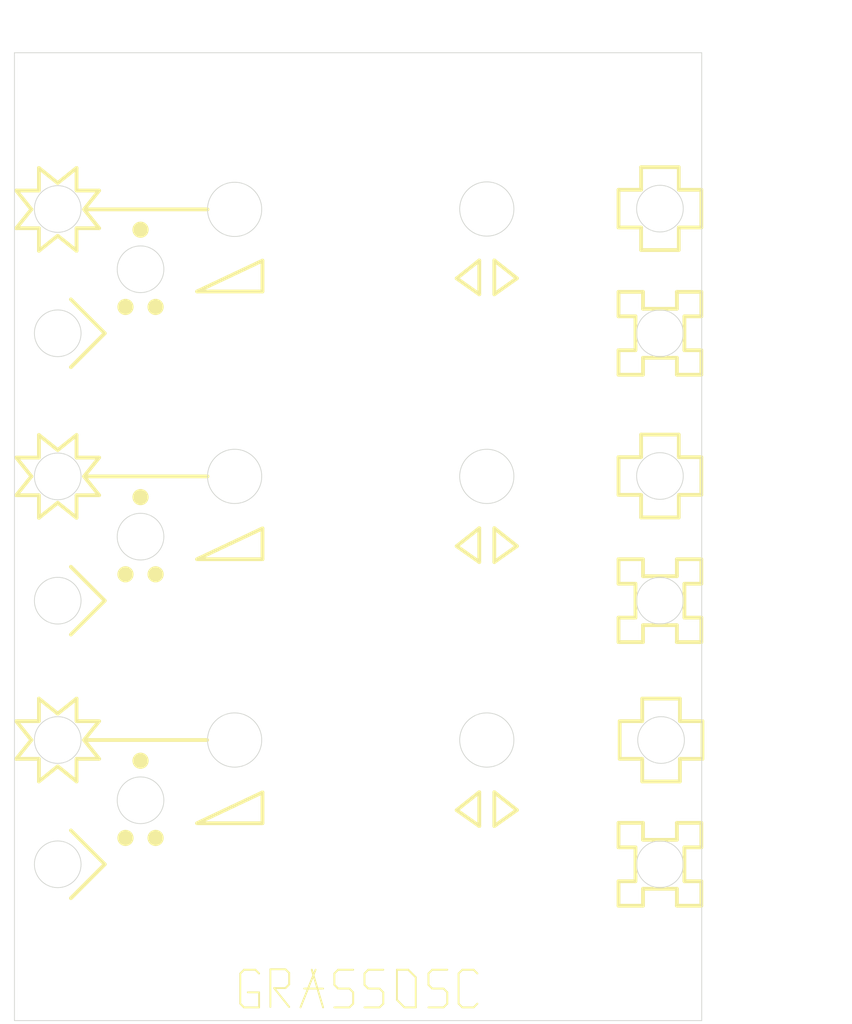
<source format=kicad_pcb>
(kicad_pcb (version 20211014) (generator pcbnew)
  (layers (0 "F.Cu" signal) (31 "B.Cu" signal) (34 "B.Paste" user) (35 "F.Paste" user) (36 "B.SilkS" user "B.Silkscreen") (37 "F.SilkS" user "F.Silkscreen") (38 "B.Mask" user) (39 "F.Mask" user) (44 "Edge.Cuts" user))
  (net 0 "")
  (footprint "diy-nabra:Switchdots" (layer "F.Cu") (at 16.75 99)
    (fp_text reference "REF**" hide)
    (fp_text value "Switchdots" hide)
    (fp_circle (center 2 5.25) (end 3 5.25) (layer "F.SilkS") (width 0.15) (fill solid))
    (fp_circle (center 0 -5) (end 1 -5) (layer "F.SilkS") (width 0.15) (fill solid))
    (fp_circle (center -2 5.25) (end -1 5.25) (layer "F.SilkS") (width 0.15) (fill solid))
  )
  (footprint "diy-nabra:A" (layer "F.Cu") (at 38 126.75)
    (fp_text reference "REF**" hide)
    (fp_text value "A" hide)
    (fp_line (start 0.5 -2.5) (end 3 -2.5) (layer "F.SilkS") (width 0.25))
    (fp_line (start 1.5 -5) (end 3 0) (layer "F.SilkS") (width 0.25))
    (fp_line (start 0 0) (end 2 -5) (layer "F.SilkS") (width 0.25))
  )
  (footprint "diy-nabra:Vol" (layer "F.Cu") (at 29.25 65.5)
    (fp_text reference "REF**" hide)
    (fp_text value "Vol" hide)
    (fp_line (start 3.7 1.75) (end 3.7 -2.35) (layer "F.SilkS") (width 0.5))
    (fp_line (start -4.9 1.75) (end 3.7 1.75) (layer "F.SilkS") (width 0.5))
    (fp_line (start 3.7 -2.35) (end -5 1.75) (layer "F.SilkS") (width 0.5))
  )
  (footprint "diy-nabra:Switchdots" (layer "F.Cu") (at 16.75 64)
    (fp_text reference "REF**" hide)
    (fp_text value "Switchdots" hide)
    (fp_circle (center 0 -5) (end 1 -5) (layer "F.SilkS") (width 0.15) (fill solid))
    (fp_circle (center 2 5.25) (end 3 5.25) (layer "F.SilkS") (width 0.15) (fill solid))
    (fp_circle (center -2 5.25) (end -1 5.25) (layer "F.SilkS") (width 0.15) (fill solid))
  )
  (footprint "diy-nabra:Run" (layer "F.Cu") (at 7.5 72.75)
    (fp_text reference "REF**" hide)
    (fp_text value "Run" hide)
    (fp_line (start 0 -4.5) (end 4.5 0) (layer "F.SilkS") (width 0.5))
    (fp_line (start 4.5 0) (end 0 4.5) (layer "F.SilkS") (width 0.5))
  )
  (footprint "diy-nabra:Switchdots" (layer "F.Cu") (at 16.75 28.5)
    (fp_text reference "REF**" hide)
    (fp_text value "Switchdots" hide)
    (fp_circle (center 2 5.25) (end 3 5.25) (layer "F.SilkS") (width 0.15) (fill solid))
    (fp_circle (center -2 5.25) (end -1 5.25) (layer "F.SilkS") (width 0.15) (fill solid))
    (fp_circle (center 0 -5) (end 1 -5) (layer "F.SilkS") (width 0.15) (fill solid))
  )
  (footprint "diy-nabra:Cross" (layer "F.Cu") (at 85.75 20.7)
    (fp_text reference "REF**" hide)
    (fp_text value "Cross" hide)
    (fp_line (start -2.5 -5.5) (end -2.5 -2.5) (layer "F.SilkS") (width 0.5))
    (fp_line (start -2.5 5.5) (end 2.5 5.5) (layer "F.SilkS") (width 0.5))
    (fp_line (start 5.5 -2.5) (end 5.5 2.5) (layer "F.SilkS") (width 0.5))
    (fp_line (start -2.5 -2.5) (end -5.5 -2.5) (layer "F.SilkS") (width 0.5))
    (fp_line (start -5.5 -2.5) (end -5.5 2.5) (layer "F.SilkS") (width 0.5))
    (fp_line (start -5.5 2.5) (end -2.5 2.5) (layer "F.SilkS") (width 0.5))
    (fp_line (start 2.5 2.5) (end 5.5 2.5) (layer "F.SilkS") (width 0.5))
    (fp_line (start -2.5 2.5) (end -2.5 5.5) (layer "F.SilkS") (width 0.5))
    (fp_line (start 2.5 -2.5) (end 2.5 -5.5) (layer "F.SilkS") (width 0.5))
    (fp_line (start 2.5 -5.5) (end -2.5 -5.5) (layer "F.SilkS") (width 0.5))
    (fp_line (start 5.5 -2.5) (end 2.5 -2.5) (layer "F.SilkS") (width 0.5))
    (fp_line (start 2.5 5.5) (end 2.5 2.5) (layer "F.SilkS") (width 0.5))
  )
  (footprint "diy-nabra:Star" (layer "F.Cu") (at 5.75 20.7)
    (fp_text reference "REF**" hide)
    (fp_text value "Star" hide)
    (fp_line (start 2.5 5.6) (end 2.5 2.6) (layer "F.SilkS") (width 0.5))
    (fp_line (start -2.5 -5.4) (end 0 -3.4) (layer "F.SilkS") (width 0.5))
    (fp_line (start 0 -3.4) (end 2.5 -5.4) (layer "F.SilkS") (width 0.5))
    (fp_line (start 5.5 -2.4) (end 2.5 -2.4) (layer "F.SilkS") (width 0.5))
    (fp_line (start -5.5 2.6) (end -2.5 2.6) (layer "F.SilkS") (width 0.5))
    (fp_line (start -2.5 -2.4) (end -5.5 -2.4) (layer "F.SilkS") (width 0.5))
    (fp_line (start -5.5 2.6) (end -3.5 0.1) (layer "F.SilkS") (width 0.5))
    (fp_line (start 2.5 5.6) (end 0 3.6) (layer "F.SilkS") (width 0.5))
    (fp_line (start 5.5 -2.4) (end 3.5 0.1) (layer "F.SilkS") (width 0.5))
    (fp_line (start 3.5 0.1) (end 5.5 2.6) (layer "F.SilkS") (width 0.5))
    (fp_line (start 0 3.6) (end -2.5 5.6) (layer "F.SilkS") (width 0.5))
    (fp_line (start -2.5 2.6) (end -2.5 5.6) (layer "F.SilkS") (width 0.5))
    (fp_line (start -2.5 -5.4) (end -2.5 -2.4) (layer "F.SilkS") (width 0.5))
    (fp_line (start 2.5 -2.4) (end 2.5 -5.4) (layer "F.SilkS") (width 0.5))
    (fp_line (start 2.5 2.6) (end 5.5 2.6) (layer "F.SilkS") (width 0.5))
    (fp_line (start -3.5 0.1) (end -5.5 -2.4) (layer "F.SilkS") (width 0.5))
  )
  (footprint "diy-nabra:Cross" (layer "F.Cu") (at 85.9 91.25)
    (fp_text reference "REF**" hide)
    (fp_text value "Cross" hide)
    (fp_line (start 5.5 -2.5) (end 5.5 2.5) (layer "F.SilkS") (width 0.5))
    (fp_line (start -2.5 -2.5) (end -5.5 -2.5) (layer "F.SilkS") (width 0.5))
    (fp_line (start -5.5 2.5) (end -2.5 2.5) (layer "F.SilkS") (width 0.5))
    (fp_line (start 2.5 -5.5) (end -2.5 -5.5) (layer "F.SilkS") (width 0.5))
    (fp_line (start 2.5 2.5) (end 5.5 2.5) (layer "F.SilkS") (width 0.5))
    (fp_line (start -2.5 2.5) (end -2.5 5.5) (layer "F.SilkS") (width 0.5))
    (fp_line (start 5.5 -2.5) (end 2.5 -2.5) (layer "F.SilkS") (width 0.5))
    (fp_line (start -2.5 5.5) (end 2.5 5.5) (layer "F.SilkS") (width 0.5))
    (fp_line (start -2.5 -5.5) (end -2.5 -2.5) (layer "F.SilkS") (width 0.5))
    (fp_line (start 2.5 -2.5) (end 2.5 -5.5) (layer "F.SilkS") (width 0.5))
    (fp_line (start -5.5 -2.5) (end -5.5 2.5) (layer "F.SilkS") (width 0.5))
    (fp_line (start 2.5 5.5) (end 2.5 2.5) (layer "F.SilkS") (width 0.5))
  )
  (footprint "diy-nabra:LEDisc" (layer "F.Cu") (at 51.25 56.75)
    (fp_text reference "REF**" hide)
    (fp_text value "LEDisc" hide)
  )
  (footprint "diy-nabra:Castle" (layer "F.Cu") (at 85.75 107.75)
    (fp_text reference "REF**" hide)
    (fp_text value "Castle" hide)
    (fp_line (start 5.5 -5.5) (end 2.25 -5.5) (layer "F.SilkS") (width 0.5))
    (fp_line (start 5.5 5.5) (end 2.25 5.5) (layer "F.SilkS") (width 0.5))
    (fp_line (start 2.25 -3.25) (end 2.25 -5.5) (layer "F.SilkS") (width 0.5))
    (fp_line (start -2.25 3.25) (end 2.25 3.25) (layer "F.SilkS") (width 0.5))
    (fp_line (start -5.5 5.5) (end -2.25 5.5) (layer "F.SilkS") (width 0.5))
    (fp_line (start 2.25 3.25) (end 2.25 5.5) (layer "F.SilkS") (width 0.5))
    (fp_line (start 5.5 5.5) (end 5.5 2.25) (layer "F.SilkS") (width 0.5))
    (fp_line (start 5.5 -2.25) (end 3.25 -2.25) (layer "F.SilkS") (width 0.5))
    (fp_line (start -2.25 -3.25) (end 2.25 -3.25) (layer "F.SilkS") (width 0.5))
    (fp_line (start -5.5 5.5) (end -5.5 2.25) (layer "F.SilkS") (width 0.5))
    (fp_line (start -5.5 -5.5) (end -2.25 -5.5) (layer "F.SilkS") (width 0.5))
    (fp_line (start -2.25 -5.5) (end -2.25 -3.25) (layer "F.SilkS") (width 0.5))
    (fp_line (start 3.25 2.25) (end 5.5 2.25) (layer "F.SilkS") (width 0.5))
    (fp_line (start 3.25 -2.25) (end 3.25 2.25) (layer "F.SilkS") (width 0.5))
    (fp_line (start -3.25 -2.25) (end -5.5 -2.25) (layer "F.SilkS") (width 0.5))
    (fp_line (start -2.25 5.5) (end -2.25 3.25) (layer "F.SilkS") (width 0.5))
    (fp_line (start -5.5 -5.5) (end -5.5 -2.25) (layer "F.SilkS") (width 0.5))
    (fp_line (start -3.25 2.25) (end -3.25 -2.25) (layer "F.SilkS") (width 0.5))
    (fp_line (start -5.5 2.25) (end -3.25 2.25) (layer "F.SilkS") (width 0.5))
    (fp_line (start 5.5 -5.5) (end 5.5 -2.25) (layer "F.SilkS") (width 0.5))
  )
  (footprint "diy-nabra:Castle" (layer "F.Cu") (at 85.75 72.75)
    (fp_text reference "REF**" hide)
    (fp_text value "Castle" hide)
    (fp_line (start -2.25 -5.5) (end -2.25 -3.25) (layer "F.SilkS") (width 0.5))
    (fp_line (start 2.25 3.25) (end 2.25 5.5) (layer "F.SilkS") (width 0.5))
    (fp_line (start -5.5 5.5) (end -2.25 5.5) (layer "F.SilkS") (width 0.5))
    (fp_line (start 5.5 -2.25) (end 3.25 -2.25) (layer "F.SilkS") (width 0.5))
    (fp_line (start -3.25 -2.25) (end -5.5 -2.25) (layer "F.SilkS") (width 0.5))
    (fp_line (start 2.25 -3.25) (end 2.25 -5.5) (layer "F.SilkS") (width 0.5))
    (fp_line (start -5.5 -5.5) (end -2.25 -5.5) (layer "F.SilkS") (width 0.5))
    (fp_line (start 3.25 2.25) (end 5.5 2.25) (layer "F.SilkS") (width 0.5))
    (fp_line (start -2.25 3.25) (end 2.25 3.25) (layer "F.SilkS") (width 0.5))
    (fp_line (start 3.25 -2.25) (end 3.25 2.25) (layer "F.SilkS") (width 0.5))
    (fp_line (start 5.5 5.5) (end 5.5 2.25) (layer "F.SilkS") (width 0.5))
    (fp_line (start 5.5 5.5) (end 2.25 5.5) (layer "F.SilkS") (width 0.5))
    (fp_line (start -5.5 2.25) (end -3.25 2.25) (layer "F.SilkS") (width 0.5))
    (fp_line (start -2.25 -3.25) (end 2.25 -3.25) (layer "F.SilkS") (width 0.5))
    (fp_line (start -5.5 5.5) (end -5.5 2.25) (layer "F.SilkS") (width 0.5))
    (fp_line (start -2.25 5.5) (end -2.25 3.25) (layer "F.SilkS") (width 0.5))
    (fp_line (start 5.5 -5.5) (end 2.25 -5.5) (layer "F.SilkS") (width 0.5))
    (fp_line (start -5.5 -5.5) (end -5.5 -2.25) (layer "F.SilkS") (width 0.5))
    (fp_line (start 5.5 -5.5) (end 5.5 -2.25) (layer "F.SilkS") (width 0.5))
    (fp_line (start -3.25 2.25) (end -3.25 -2.25) (layer "F.SilkS") (width 0.5))
  )
  (footprint "diy-nabra:Freq" (layer "F.Cu") (at 62.75 29.95)
    (fp_text reference "REF**" hide)
    (fp_text value "Freq" hide)
    (fp_line (start -1 -2.375) (end -1 2.125) (layer "F.SilkS") (width 0.5))
    (fp_line (start -4 0.0125) (end -1 -2.375) (layer "F.SilkS") (width 0.5))
    (fp_line (start 4 0) (end 1 2.125) (layer "F.SilkS") (width 0.5))
    (fp_line (start -1 2.125) (end -4 0.0125) (layer "F.SilkS") (width 0.5))
    (fp_line (start 1 -2.375) (end 4 0) (layer "F.SilkS") (width 0.5))
    (fp_line (start 1 2.125) (end 1 -2.375) (layer "F.SilkS") (width 0.5))
  )
  (footprint "diy-nabra:LEDisc" (layer "F.Cu") (at 51.2 91.75)
    (fp_text reference "REF**" hide)
    (fp_text value "LEDisc" hide)
  )
  (footprint "diy-nabra:LEDisc" (layer "F.Cu") (at 51 20.75)
    (fp_text reference "REF**" hide)
    (fp_text value "LEDisc" hide)
  )
  (footprint "MountingHole:MountingHole_3.2mm_M3" (layer "F.Cu") (at 5.08 125.5)
    (fp_text reference "REF**" hide)
    (fp_text value "MountingHole_3.2mm_M3" hide)
    (pad "" np_thru_hole oval locked (at 0 0) (size 7 3.2) (drill oval 7 3.2) (layers F&B.Cu *.Mask))
  )
  (footprint "diy-nabra:Freq" (layer "F.Cu") (at 62.75 100.55)
    (fp_text reference "REF**" hide)
    (fp_text value "Freq" hide)
    (fp_line (start 1 2.125) (end 1 -2.375) (layer "F.SilkS") (width 0.5))
    (fp_line (start -1 2.125) (end -4 0.0125) (layer "F.SilkS") (width 0.5))
    (fp_line (start 4 0) (end 1 2.125) (layer "F.SilkS") (width 0.5))
    (fp_line (start 1 -2.375) (end 4 0) (layer "F.SilkS") (width 0.5))
    (fp_line (start -4 0.0125) (end -1 -2.375) (layer "F.SilkS") (width 0.5))
    (fp_line (start -1 -2.375) (end -1 2.125) (layer "F.SilkS") (width 0.5))
  )
  (footprint "MountingHole:MountingHole_3.2mm_M3" (layer "F.Cu") (at 86.22 125.5)
    (fp_text reference "REF**" hide)
    (fp_text value "MountingHole_3.2mm_M3" hide)
    (pad "" np_thru_hole oval locked (at 0 0) (size 7 3.2) (drill oval 7 3.2) (layers F&B.Cu *.Mask))
  )
  (footprint "diy-nabra:Run" (layer "F.Cu") (at 7.5 107.75)
    (fp_text reference "REF**" hide)
    (fp_text value "Run" hide)
    (fp_line (start 4.5 0) (end 0 4.5) (layer "F.SilkS") (width 0.5))
    (fp_line (start 0 -4.5) (end 4.5 0) (layer "F.SilkS") (width 0.5))
  )
  (footprint "diy-nabra:Star" (layer "F.Cu") (at 5.75 91.15)
    (fp_text reference "REF**" hide)
    (fp_text value "Star" hide)
    (fp_line (start -5.5 2.6) (end -2.5 2.6) (layer "F.SilkS") (width 0.5))
    (fp_line (start -2.5 2.6) (end -2.5 5.6) (layer "F.SilkS") (width 0.5))
    (fp_line (start 2.5 5.6) (end 2.5 2.6) (layer "F.SilkS") (width 0.5))
    (fp_line (start 0 3.6) (end -2.5 5.6) (layer "F.SilkS") (width 0.5))
    (fp_line (start 3.5 0.1) (end 5.5 2.6) (layer "F.SilkS") (width 0.5))
    (fp_line (start -3.5 0.1) (end -5.5 -2.4) (layer "F.SilkS") (width 0.5))
    (fp_line (start -2.5 -5.4) (end -2.5 -2.4) (layer "F.SilkS") (width 0.5))
    (fp_line (start 5.5 -2.4) (end 2.5 -2.4) (layer "F.SilkS") (width 0.5))
    (fp_line (start 5.5 -2.4) (end 3.5 0.1) (layer "F.SilkS") (width 0.5))
    (fp_line (start -2.5 -5.4) (end 0 -3.4) (layer "F.SilkS") (width 0.5))
    (fp_line (start 2.5 2.6) (end 5.5 2.6) (layer "F.SilkS") (width 0.5))
    (fp_line (start -2.5 -2.4) (end -5.5 -2.4) (layer "F.SilkS") (width 0.5))
    (fp_line (start 0 -3.4) (end 2.5 -5.4) (layer "F.SilkS") (width 0.5))
    (fp_line (start 2.5 -2.4) (end 2.5 -5.4) (layer "F.SilkS") (width 0.5))
    (fp_line (start 2.5 5.6) (end 0 3.6) (layer "F.SilkS") (width 0.5))
    (fp_line (start -5.5 2.6) (end -3.5 0.1) (layer "F.SilkS") (width 0.5))
  )
  (footprint "diy-nabra:R" (layer "F.Cu") (at 34 126.6875)
    (fp_text reference "REF**" hide)
    (fp_text value "R" hide)
    (fp_line (start 0.5 -2.5) (end 2.5 0) (layer "F.SilkS") (width 0.25))
    (fp_line (start 2.5 -4.5) (end 2.5 -3) (layer "F.SilkS") (width 0.25))
    (fp_line (start 2.5 -3) (end 2 -2.5) (layer "F.SilkS") (width 0.25))
    (fp_line (start 0 -5) (end 2 -5) (layer "F.SilkS") (width 0.25))
    (fp_line (start 0 -5) (end 0 0) (layer "F.SilkS") (width 0.25))
    (fp_line (start 2 -2.5) (end 0.5 -2.5) (layer "F.SilkS") (width 0.25))
    (fp_line (start 2 -5) (end 2.5 -4.5) (layer "F.SilkS") (width 0.25))
  )
  (footprint "MountingHole:MountingHole_3.2mm_M3" (layer "F.Cu") (at 86.22 3)
    (fp_text reference "REF**" hide)
    (fp_text value "MountingHole_3.2mm_M3" hide)
    (pad "" np_thru_hole oval locked (at 0 0) (size 7 3.2) (drill oval 7 3.2) (layers F&B.Cu *.Mask))
  )
  (footprint "diy-nabra:Run" (layer "F.Cu") (at 7.5 37.25)
    (fp_text reference "REF**" hide)
    (fp_text value "Run" hide)
    (fp_line (start 0 -4.5) (end 4.5 0) (layer "F.SilkS") (width 0.5))
    (fp_line (start 4.5 0) (end 0 4.5) (layer "F.SilkS") (width 0.5))
  )
  (footprint "diy-nabra:O" (layer "F.Cu") (at 50.8125 126.75)
    (fp_text reference "REF**" hide)
    (fp_text value "O" hide)
    (fp_line (start 2.5 -4) (end 2.5 0) (layer "F.SilkS") (width 0.25))
    (fp_line (start 0 -5) (end 1.5 -5) (layer "F.SilkS") (width 0.25))
    (fp_line (start 1.5 -5) (end 2.5 -4) (layer "F.SilkS") (width 0.25))
    (fp_line (start 1 0) (end 0 -1) (layer "F.SilkS") (width 0.25))
    (fp_line (start 2.5 0) (end 1 0) (layer "F.SilkS") (width 0.25))
    (fp_line (start 0 -5) (end 0 -1) (layer "F.SilkS") (width 0.25))
  )
  (footprint "diy-nabra:Freq" (layer "F.Cu") (at 62.75 65.5)
    (fp_text reference "REF**" hide)
    (fp_text value "Freq" hide)
    (fp_line (start -1 2.125) (end -4 0.0125) (layer "F.SilkS") (width 0.5))
    (fp_line (start 4 0) (end 1 2.125) (layer "F.SilkS") (width 0.5))
    (fp_line (start 1 -2.375) (end 4 0) (layer "F.SilkS") (width 0.5))
    (fp_line (start 1 2.125) (end 1 -2.375) (layer "F.SilkS") (width 0.5))
    (fp_line (start -4 0.0125) (end -1 -2.375) (layer "F.SilkS") (width 0.5))
    (fp_line (start -1 -2.375) (end -1 2.125) (layer "F.SilkS") (width 0.5))
  )
  (footprint "diy-nabra:Star" (layer "F.Cu") (at 5.75 56.15)
    (fp_text reference "REF**" hide)
    (fp_text value "Star" hide)
    (fp_line (start 0 3.6) (end -2.5 5.6) (layer "F.SilkS") (width 0.5))
    (fp_line (start -2.5 -5.4) (end 0 -3.4) (layer "F.SilkS") (width 0.5))
    (fp_line (start 5.5 -2.4) (end 3.5 0.1) (layer "F.SilkS") (width 0.5))
    (fp_line (start -2.5 -5.4) (end -2.5 -2.4) (layer "F.SilkS") (width 0.5))
    (fp_line (start -2.5 2.6) (end -2.5 5.6) (layer "F.SilkS") (width 0.5))
    (fp_line (start 2.5 5.6) (end 2.5 2.6) (layer "F.SilkS") (width 0.5))
    (fp_line (start 0 -3.4) (end 2.5 -5.4) (layer "F.SilkS") (width 0.5))
    (fp_line (start -2.5 -2.4) (end -5.5 -2.4) (layer "F.SilkS") (width 0.5))
    (fp_line (start 2.5 2.6) (end 5.5 2.6) (layer "F.SilkS") (width 0.5))
    (fp_line (start -3.5 0.1) (end -5.5 -2.4) (layer "F.SilkS") (width 0.5))
    (fp_line (start 2.5 5.6) (end 0 3.6) (layer "F.SilkS") (width 0.5))
    (fp_line (start 2.5 -2.4) (end 2.5 -5.4) (layer "F.SilkS") (width 0.5))
    (fp_line (start -5.5 2.6) (end -3.5 0.1) (layer "F.SilkS") (width 0.5))
    (fp_line (start 5.5 -2.4) (end 2.5 -2.4) (layer "F.SilkS") (width 0.5))
    (fp_line (start 3.5 0.1) (end 5.5 2.6) (layer "F.SilkS") (width 0.5))
    (fp_line (start -5.5 2.6) (end -2.5 2.6) (layer "F.SilkS") (width 0.5))
  )
  (footprint "diy-nabra:Vol" (layer "F.Cu") (at 29.25 29.95)
    (fp_text reference "REF**" hide)
    (fp_text value "Vol" hide)
    (fp_line (start 3.7 -2.35) (end -5 1.75) (layer "F.SilkS") (width 0.5))
    (fp_line (start -4.9 1.75) (end 3.7 1.75) (layer "F.SilkS") (width 0.5))
    (fp_line (start 3.7 1.75) (end 3.7 -2.35) (layer "F.SilkS") (width 0.5))
  )
  (footprint "MountingHole:MountingHole_3.2mm_M3" (layer "F.Cu") (at 5.08 3)
    (fp_text reference "REF**" hide)
    (fp_text value "MountingHole_3.2mm_M3" hide)
    (pad "" np_thru_hole oval locked (at 0 0) (size 7 3.2) (drill oval 7 3.2) (layers F&B.Cu *.Mask))
  )
  (footprint "diy-nabra:Cross" (layer "F.Cu") (at 85.75 56.2)
    (fp_text reference "REF**" hide)
    (fp_text value "Cross" hide)
    (fp_line (start 5.5 -2.5) (end 2.5 -2.5) (layer "F.SilkS") (width 0.5))
    (fp_line (start -5.5 2.5) (end -2.5 2.5) (layer "F.SilkS") (width 0.5))
    (fp_line (start 2.5 -5.5) (end -2.5 -5.5) (layer "F.SilkS") (width 0.5))
    (fp_line (start -2.5 5.5) (end 2.5 5.5) (layer "F.SilkS") (width 0.5))
    (fp_line (start 2.5 2.5) (end 5.5 2.5) (layer "F.SilkS") (width 0.5))
    (fp_line (start -2.5 -5.5) (end -2.5 -2.5) (layer "F.SilkS") (width 0.5))
    (fp_line (start 2.5 5.5) (end 2.5 2.5) (layer "F.SilkS") (width 0.5))
    (fp_line (start 2.5 -2.5) (end 2.5 -5.5) (layer "F.SilkS") (width 0.5))
    (fp_line (start -5.5 -2.5) (end -5.5 2.5) (layer "F.SilkS") (width 0.5))
    (fp_line (start 5.5 -2.5) (end 5.5 2.5) (layer "F.SilkS") (width 0.5))
    (fp_line (start -2.5 2.5) (end -2.5 5.5) (layer "F.SilkS") (width 0.5))
    (fp_line (start -2.5 -2.5) (end -5.5 -2.5) (layer "F.SilkS") (width 0.5))
  )
  (footprint "diy-nabra:Castle" (layer "F.Cu") (at 85.75 37.25)
    (fp_text reference "REF**" hide)
    (fp_text value "Castle" hide)
    (fp_line (start -5.5 2.25) (end -3.25 2.25) (layer "F.SilkS") (width 0.5))
    (fp_line (start -2.25 3.25) (end 2.25 3.25) (layer "F.SilkS") (width 0.5))
    (fp_line (start 5.5 -5.5) (end 5.5 -2.25) (layer "F.SilkS") (width 0.5))
    (fp_line (start -3.25 -2.25) (end -5.5 -2.25) (layer "F.SilkS") (width 0.5))
    (fp_line (start 3.25 -2.25) (end 3.25 2.25) (layer "F.SilkS") (width 0.5))
    (fp_line (start 5.5 -2.25) (end 3.25 -2.25) (layer "F.SilkS") (width 0.5))
    (fp_line (start 5.5 -5.5) (end 2.25 -5.5) (layer "F.SilkS") (width 0.5))
    (fp_line (start -5.5 5.5) (end -2.25 5.5) (layer "F.SilkS") (width 0.5))
    (fp_line (start 3.25 2.25) (end 5.5 2.25) (layer "F.SilkS") (width 0.5))
    (fp_line (start -2.25 5.5) (end -2.25 3.25) (layer "F.SilkS") (width 0.5))
    (fp_line (start -3.25 2.25) (end -3.25 -2.25) (layer "F.SilkS") (width 0.5))
    (fp_line (start 5.5 5.5) (end 5.5 2.25) (layer "F.SilkS") (width 0.5))
    (fp_line (start -2.25 -3.25) (end 2.25 -3.25) (layer "F.SilkS") (width 0.5))
    (fp_line (start -2.25 -5.5) (end -2.25 -3.25) (layer "F.SilkS") (width 0.5))
    (fp_line (start 2.25 -3.25) (end 2.25 -5.5) (layer "F.SilkS") (width 0.5))
    (fp_line (start 5.5 5.5) (end 2.25 5.5) (layer "F.SilkS") (width 0.5))
    (fp_line (start -5.5 5.5) (end -5.5 2.25) (layer "F.SilkS") (width 0.5))
    (fp_line (start 2.25 3.25) (end 2.25 5.5) (layer "F.SilkS") (width 0.5))
    (fp_line (start -5.5 -5.5) (end -5.5 -2.25) (layer "F.SilkS") (width 0.5))
    (fp_line (start -5.5 -5.5) (end -2.25 -5.5) (layer "F.SilkS") (width 0.5))
  )
  (footprint "diy-nabra:Vol" (layer "F.Cu") (at 29.25 100.55)
    (fp_text reference "REF**" hide)
    (fp_text value "Vol" hide)
    (fp_line (start 3.7 1.75) (end 3.7 -2.35) (layer "F.SilkS") (width 0.5))
    (fp_line (start 3.7 -2.35) (end -5 1.75) (layer "F.SilkS") (width 0.5))
    (fp_line (start -4.9 1.75) (end 3.7 1.75) (layer "F.SilkS") (width 0.5))
  )
  (gr_line (start 48.5 124.25) (end 49 124.75) (layer "F.SilkS") (width 0.25))
  (gr_line (start 46.5 123.75) (end 46.5 122.25) (layer "F.SilkS") (width 0.25))
  (gr_line (start 43 124.25) (end 42.5 123.75) (layer "F.SilkS") (width 0.25))
  (gr_line (start 48.5 124.25) (end 47 124.25) (layer "F.SilkS") (width 0.25))
  (gr_line (start 57 126.75) (end 57.5 126.25) (layer "F.SilkS") (width 0.25))
  (gr_line (start 61 121.75) (end 59.5 121.75) (layer "F.SilkS") (width 0.25))
  (gr_line (start 55.5 124.25) (end 55 123.75) (layer "F.SilkS") (width 0.25))
  (gr_line (start 44.5 126.75) (end 45 126.25) (layer "F.SilkS") (width 0.25))
  (gr_line (start 44.5 124.25) (end 43 124.25) (layer "F.SilkS") (width 0.25))
  (gr_line (start 59.5 121.75) (end 59 122.25) (layer "F.SilkS") (width 0.25))
  (gr_line (start 59.5 126.75) (end 61 126.75) (layer "F.SilkS") (width 0.25))
  (gr_line (start 9.25 91.25) (end 25.6 91.25) (layer "F.SilkS") (width 0.5))
  (gr_line (start 59.5 126.75) (end 59 126.25) (layer "F.SilkS") (width 0.25))
  (gr_line (start 46.5 126.75) (end 48.5 126.75) (layer "F.SilkS") (width 0.25))
  (gr_line (start 55.5 121.75) (end 57.5 121.75) (layer "F.SilkS") (width 0.25))
  (gr_line (start 47 124.25) (end 46.5 123.75) (layer "F.SilkS") (width 0.25))
  (gr_line (start 49 126.25) (end 49 124.75) (layer "F.SilkS") (width 0.25))
  (gr_line (start 9.45 20.8) (end 25.65 20.8) (layer "F.SilkS") (width 0.5))
  (gr_line (start 44.5 124.25) (end 45 124.75) (layer "F.SilkS") (width 0.25))
  (gr_line (start 30.5 126.75) (end 30 126.25) (layer "F.SilkS") (width 0.25))
  (gr_line (start 45 126.25) (end 45 124.75) (layer "F.SilkS") (width 0.25))
  (gr_line (start 57 124.25) (end 55.5 124.25) (layer "F.SilkS") (width 0.25))
  (gr_line (start 57.5 126.25) (end 57.5 124.75) (layer "F.SilkS") (width 0.25))
  (gr_line (start 42.5 126.75) (end 44.5 126.75) (layer "F.SilkS") (width 0.25))
  (gr_line (start 32 121.75) (end 30.5 121.75) (layer "F.SilkS") (width 0.25))
  (gr_line (start 30.5 121.75) (end 30 122.25) (layer "F.SilkS") (width 0.25))
  (gr_line (start 9.25 56.25) (end 25.65 56.25) (layer "F.SilkS") (width 0.5))
  (gr_line (start 57 124.25) (end 57.5 124.75) (layer "F.SilkS") (width 0.25))
  (gr_line (start 55 122.25) (end 55.5 121.75) (layer "F.SilkS") (width 0.25))
  (gr_line (start 30.5 126.75) (end 32.5 126.75) (layer "F.SilkS") (width 0.25))
  (gr_line (start 43 121.75) (end 45 121.75) (layer "F.SilkS") (width 0.25))
  (gr_line (start 30 122.25) (end 30 126.25) (layer "F.SilkS") (width 0.25))
  (gr_line (start 32.5 122.25) (end 32 121.75) (layer "F.SilkS") (width 0.25))
  (gr_line (start 61.5 126.25) (end 61 126.75) (layer "F.SilkS") (width 0.25))
  (gr_line (start 42.5 123.75) (end 42.5 122.25) (layer "F.SilkS") (width 0.25))
  (gr_line (start 48.5 126.75) (end 49 126.25) (layer "F.SilkS") (width 0.25))
  (gr_line (start 47 121.75) (end 49 121.75) (layer "F.SilkS") (width 0.25))
  (gr_line (start 42.5 122.25) (end 43 121.75) (layer "F.SilkS") (width 0.25))
  (gr_line (start 55 123.75) (end 55 122.25) (layer "F.SilkS") (width 0.25))
  (gr_line (start 61.5 122.25) (end 61 121.75) (layer "F.SilkS") (width 0.25))
  (gr_line (start 32.5 126.75) (end 32.5 124.75) (layer "F.SilkS") (width 0.25))
  (gr_line (start 46.5 122.25) (end 47 121.75) (layer "F.SilkS") (width 0.25))
  (gr_line (start 32.5 124.75) (end 31 124.75) (layer "F.SilkS") (width 0.25))
  (gr_line (start 55 126.75) (end 57 126.75) (layer "F.SilkS") (width 0.25))
  (gr_line (start 59 122.25) (end 59 126.25) (layer "F.SilkS") (width 0.25))
  (gr_circle (center 16.75 64.25) (end 19.85 64.25) (layer "Edge.Cuts") (width 0.1) (fill none))
  (gr_circle (center 29.25 56.25) (end 32.85 56.25) (layer "Edge.Cuts") (width 0.1) (fill none))
  (gr_circle (center 5.75 72.75) (end 8.85 72.75) (layer "Edge.Cuts") (width 0.1) (fill none))
  (gr_line (start 91.3 0) (end 91.3 128.5) (layer "Edge.Cuts") (width 0.1))
  (gr_line (start 0 128.5) (end 0 0) (layer "Edge.Cuts") (width 0.1))
  (gr_circle (center 62.75 91.25) (end 66.35 91.25) (layer "Edge.Cuts") (width 0.1) (fill none))
  (gr_circle (center 62.75 56.25) (end 66.35 56.25) (layer "Edge.Cuts") (width 0.1) (fill none))
  (gr_circle (center 85.75 56.2) (end 88.85 56.2) (layer "Edge.Cuts") (width 0.1) (fill none))
  (gr_circle (center 5.75 56.25) (end 8.85 56.25) (layer "Edge.Cuts") (width 0.1) (fill none))
  (gr_circle (center 16.75 99.25) (end 19.85 99.25) (layer "Edge.Cuts") (width 0.1) (fill none))
  (gr_line (start 0 0) (end 91.3 0) (layer "Edge.Cuts") (width 0.1))
  (gr_circle (center 5.75 37.25) (end 8.85 37.25) (layer "Edge.Cuts") (width 0.1) (fill none))
  (gr_circle (center 16.75 28.75) (end 19.85 28.75) (layer "Edge.Cuts") (width 0.1) (fill none))
  (gr_circle (center 5.75 107.75) (end 8.85 107.75) (layer "Edge.Cuts") (width 0.1) (fill none))
  (gr_circle (center 85.9 91.25) (end 89 91.25) (layer "Edge.Cuts") (width 0.1) (fill none))
  (gr_circle (center 62.75 20.75) (end 66.35 20.75) (layer "Edge.Cuts") (width 0.1) (fill none))
  (gr_circle (center 5.75 20.75) (end 8.85 20.75) (layer "Edge.Cuts") (width 0.1) (fill none))
  (gr_circle (center 85.75 37.25) (end 88.85 37.25) (layer "Edge.Cuts") (width 0.1) (fill none))
  (gr_circle (center 85.75 72.75) (end 88.85 72.75) (layer "Edge.Cuts") (width 0.1) (fill none))
  (gr_line (start 91.3 128.5) (end 0 128.5) (layer "Edge.Cuts") (width 0.1))
  (gr_circle (center 29.25 91.25) (end 32.85 91.25) (layer "Edge.Cuts") (width 0.1) (fill none))
  (gr_circle (center 29.25 20.8) (end 32.85 20.8) (layer "Edge.Cuts") (width 0.1) (fill none))
  (gr_circle (center 85.75 107.75) (end 88.85 107.75) (layer "Edge.Cuts") (width 0.1) (fill none))
  (gr_circle (center 5.75 91.25) (end 8.85 91.25) (layer "Edge.Cuts") (width 0.1) (fill none))
  (gr_circle (center 85.75 20.7) (end 88.85 20.7) (layer "Edge.Cuts") (width 0.1) (fill none))
)
</source>
